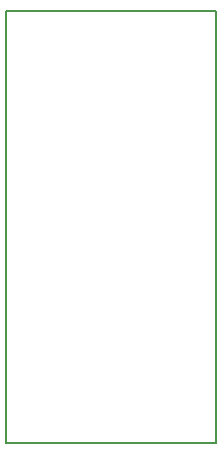
<source format=gm1>
G04 #@! TF.FileFunction,Profile,NP*
%FSLAX46Y46*%
G04 Gerber Fmt 4.6, Leading zero omitted, Abs format (unit mm)*
G04 Created by KiCad (PCBNEW 4.0.7-e2-6376~58~ubuntu16.04.1) date Fri Nov 24 21:44:44 2023*
%MOMM*%
%LPD*%
G01*
G04 APERTURE LIST*
%ADD10C,0.100000*%
%ADD11C,0.150000*%
G04 APERTURE END LIST*
D10*
D11*
X164592000Y-147320000D02*
X164592000Y-110744000D01*
X182372000Y-147320000D02*
X164592000Y-147320000D01*
X182372000Y-110744000D02*
X182372000Y-147320000D01*
X164592000Y-110744000D02*
X182372000Y-110744000D01*
M02*

</source>
